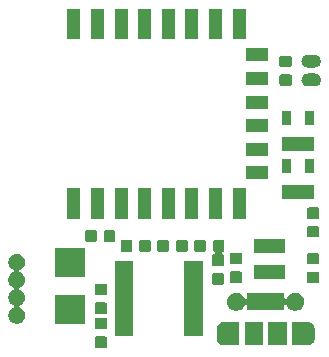
<source format=gbr>
G04 #@! TF.GenerationSoftware,KiCad,Pcbnew,(5.1.5)-3*
G04 #@! TF.CreationDate,2020-07-05T00:24:43+03:00*
G04 #@! TF.ProjectId,body_temp,626f6479-5f74-4656-9d70-2e6b69636164,rev?*
G04 #@! TF.SameCoordinates,Original*
G04 #@! TF.FileFunction,Soldermask,Top*
G04 #@! TF.FilePolarity,Negative*
%FSLAX46Y46*%
G04 Gerber Fmt 4.6, Leading zero omitted, Abs format (unit mm)*
G04 Created by KiCad (PCBNEW (5.1.5)-3) date 2020-07-05 00:24:43*
%MOMM*%
%LPD*%
G04 APERTURE LIST*
%ADD10C,0.100000*%
G04 APERTURE END LIST*
D10*
G36*
X27578591Y-43246185D02*
G01*
X27612569Y-43256493D01*
X27643890Y-43273234D01*
X27671339Y-43295761D01*
X27693866Y-43323210D01*
X27710607Y-43354531D01*
X27720915Y-43388509D01*
X27725000Y-43429990D01*
X27725000Y-44031210D01*
X27720915Y-44072691D01*
X27710607Y-44106669D01*
X27693866Y-44137990D01*
X27671339Y-44165439D01*
X27643890Y-44187966D01*
X27612569Y-44204707D01*
X27578591Y-44215015D01*
X27537110Y-44219100D01*
X26860890Y-44219100D01*
X26819409Y-44215015D01*
X26785431Y-44204707D01*
X26754110Y-44187966D01*
X26726661Y-44165439D01*
X26704134Y-44137990D01*
X26687393Y-44106669D01*
X26677085Y-44072691D01*
X26673000Y-44031210D01*
X26673000Y-43429990D01*
X26677085Y-43388509D01*
X26687393Y-43354531D01*
X26704134Y-43323210D01*
X26726661Y-43295761D01*
X26754110Y-43273234D01*
X26785431Y-43256493D01*
X26819409Y-43246185D01*
X26860890Y-43242100D01*
X27537110Y-43242100D01*
X27578591Y-43246185D01*
G37*
G36*
X37678862Y-42004898D02*
G01*
X37691114Y-42005500D01*
X38904000Y-42005500D01*
X38904000Y-44007500D01*
X37691114Y-44007500D01*
X37678862Y-44008102D01*
X37653000Y-44010649D01*
X37627138Y-44008102D01*
X37614886Y-44007500D01*
X37541594Y-44007500D01*
X37524836Y-43998543D01*
X37513299Y-43994415D01*
X37428307Y-43968632D01*
X37402664Y-43960854D01*
X37289575Y-43900406D01*
X37190447Y-43819054D01*
X37109094Y-43719924D01*
X37048646Y-43606835D01*
X37038960Y-43574903D01*
X37011420Y-43484117D01*
X37002000Y-43388472D01*
X37002000Y-42624527D01*
X37011420Y-42528882D01*
X37048645Y-42406168D01*
X37109096Y-42293074D01*
X37190447Y-42193946D01*
X37289576Y-42112594D01*
X37402666Y-42052146D01*
X37402669Y-42052145D01*
X37513290Y-42018588D01*
X37535925Y-42009212D01*
X37541481Y-42005500D01*
X37614886Y-42005500D01*
X37627138Y-42004898D01*
X37653000Y-42002351D01*
X37678862Y-42004898D01*
G37*
G36*
X44678862Y-42004898D02*
G01*
X44691114Y-42005500D01*
X44764406Y-42005500D01*
X44781164Y-42014457D01*
X44792707Y-42018587D01*
X44903331Y-42052145D01*
X44903334Y-42052146D01*
X45016424Y-42112594D01*
X45115554Y-42193947D01*
X45196906Y-42293075D01*
X45257354Y-42406164D01*
X45267040Y-42438096D01*
X45294580Y-42528882D01*
X45297939Y-42562990D01*
X45304000Y-42624526D01*
X45304000Y-43388474D01*
X45303566Y-43392880D01*
X45294580Y-43484118D01*
X45267040Y-43574904D01*
X45257354Y-43606836D01*
X45196906Y-43719925D01*
X45115554Y-43819054D01*
X45016425Y-43900406D01*
X44903336Y-43960854D01*
X44877693Y-43968632D01*
X44792708Y-43994413D01*
X44770075Y-44003787D01*
X44764518Y-44007500D01*
X44691114Y-44007500D01*
X44678862Y-44008102D01*
X44653000Y-44010649D01*
X44627138Y-44008102D01*
X44614886Y-44007500D01*
X43402000Y-44007500D01*
X43402000Y-42005500D01*
X44614886Y-42005500D01*
X44627138Y-42004898D01*
X44653000Y-42002351D01*
X44678862Y-42004898D01*
G37*
G36*
X40954000Y-44007500D02*
G01*
X39352000Y-44007500D01*
X39352000Y-42005500D01*
X40954000Y-42005500D01*
X40954000Y-44007500D01*
G37*
G36*
X42954000Y-44007500D02*
G01*
X41352000Y-44007500D01*
X41352000Y-42005500D01*
X42954000Y-42005500D01*
X42954000Y-44007500D01*
G37*
G36*
X29914500Y-43223000D02*
G01*
X28362500Y-43223000D01*
X28362500Y-36821000D01*
X29914500Y-36821000D01*
X29914500Y-43223000D01*
G37*
G36*
X35814500Y-43223000D02*
G01*
X34262500Y-43223000D01*
X34262500Y-36821000D01*
X35814500Y-36821000D01*
X35814500Y-43223000D01*
G37*
G36*
X27578591Y-41671185D02*
G01*
X27612569Y-41681493D01*
X27643890Y-41698234D01*
X27671339Y-41720761D01*
X27693866Y-41748210D01*
X27710607Y-41779531D01*
X27720915Y-41813509D01*
X27725000Y-41854990D01*
X27725000Y-42456210D01*
X27720915Y-42497691D01*
X27710607Y-42531669D01*
X27693866Y-42562990D01*
X27671339Y-42590439D01*
X27643890Y-42612966D01*
X27612569Y-42629707D01*
X27578591Y-42640015D01*
X27537110Y-42644100D01*
X26860890Y-42644100D01*
X26819409Y-42640015D01*
X26785431Y-42629707D01*
X26754110Y-42612966D01*
X26726661Y-42590439D01*
X26704134Y-42562990D01*
X26687393Y-42531669D01*
X26677085Y-42497691D01*
X26673000Y-42456210D01*
X26673000Y-41854990D01*
X26677085Y-41813509D01*
X26687393Y-41779531D01*
X26704134Y-41748210D01*
X26726661Y-41720761D01*
X26754110Y-41698234D01*
X26785431Y-41681493D01*
X26819409Y-41671185D01*
X26860890Y-41667100D01*
X27537110Y-41667100D01*
X27578591Y-41671185D01*
G37*
G36*
X25808400Y-42225000D02*
G01*
X23306400Y-42225000D01*
X23306400Y-39723000D01*
X25808400Y-39723000D01*
X25808400Y-42225000D01*
G37*
G36*
X20270473Y-36282938D02*
G01*
X20398049Y-36335782D01*
X20512859Y-36412495D01*
X20610505Y-36510141D01*
X20687218Y-36624951D01*
X20740062Y-36752527D01*
X20767000Y-36887956D01*
X20767000Y-37026044D01*
X20740062Y-37161473D01*
X20687218Y-37289049D01*
X20610505Y-37403859D01*
X20512859Y-37501505D01*
X20398051Y-37578217D01*
X20365944Y-37591516D01*
X20344334Y-37603067D01*
X20325392Y-37618613D01*
X20309847Y-37637555D01*
X20298296Y-37659165D01*
X20291183Y-37682614D01*
X20288781Y-37707001D01*
X20291183Y-37731387D01*
X20298296Y-37754836D01*
X20309847Y-37776446D01*
X20325393Y-37795388D01*
X20344335Y-37810933D01*
X20365944Y-37822484D01*
X20398051Y-37835783D01*
X20512859Y-37912495D01*
X20610505Y-38010141D01*
X20687218Y-38124951D01*
X20740062Y-38252527D01*
X20767000Y-38387956D01*
X20767000Y-38526044D01*
X20740062Y-38661473D01*
X20687218Y-38789049D01*
X20610505Y-38903859D01*
X20512859Y-39001505D01*
X20398051Y-39078217D01*
X20365944Y-39091516D01*
X20344334Y-39103067D01*
X20325392Y-39118613D01*
X20309847Y-39137555D01*
X20298296Y-39159165D01*
X20291183Y-39182614D01*
X20288781Y-39207001D01*
X20291183Y-39231387D01*
X20298296Y-39254836D01*
X20309847Y-39276446D01*
X20325393Y-39295388D01*
X20344335Y-39310933D01*
X20365944Y-39322484D01*
X20398051Y-39335783D01*
X20512859Y-39412495D01*
X20610505Y-39510141D01*
X20687218Y-39624951D01*
X20740062Y-39752527D01*
X20767000Y-39887956D01*
X20767000Y-40026044D01*
X20740062Y-40161473D01*
X20687218Y-40289049D01*
X20610505Y-40403859D01*
X20512859Y-40501505D01*
X20398051Y-40578217D01*
X20365944Y-40591516D01*
X20344334Y-40603067D01*
X20325392Y-40618613D01*
X20309847Y-40637555D01*
X20298296Y-40659165D01*
X20291183Y-40682614D01*
X20288781Y-40707001D01*
X20291183Y-40731387D01*
X20298296Y-40754836D01*
X20309847Y-40776446D01*
X20325393Y-40795388D01*
X20344335Y-40810933D01*
X20365944Y-40822484D01*
X20398051Y-40835783D01*
X20512859Y-40912495D01*
X20610505Y-41010141D01*
X20687218Y-41124951D01*
X20740062Y-41252527D01*
X20767000Y-41387956D01*
X20767000Y-41526044D01*
X20740062Y-41661473D01*
X20687218Y-41789049D01*
X20610505Y-41903859D01*
X20512859Y-42001505D01*
X20398049Y-42078218D01*
X20270473Y-42131062D01*
X20135044Y-42158000D01*
X19996956Y-42158000D01*
X19861527Y-42131062D01*
X19733951Y-42078218D01*
X19619141Y-42001505D01*
X19521495Y-41903859D01*
X19444782Y-41789049D01*
X19391938Y-41661473D01*
X19365000Y-41526044D01*
X19365000Y-41387956D01*
X19391938Y-41252527D01*
X19444782Y-41124951D01*
X19521495Y-41010141D01*
X19619141Y-40912495D01*
X19733949Y-40835783D01*
X19766056Y-40822484D01*
X19787666Y-40810933D01*
X19806608Y-40795387D01*
X19822153Y-40776445D01*
X19833704Y-40754835D01*
X19840817Y-40731386D01*
X19843219Y-40706999D01*
X19840817Y-40682613D01*
X19833704Y-40659164D01*
X19822153Y-40637554D01*
X19806607Y-40618612D01*
X19787665Y-40603067D01*
X19766056Y-40591516D01*
X19733949Y-40578217D01*
X19619141Y-40501505D01*
X19521495Y-40403859D01*
X19444782Y-40289049D01*
X19391938Y-40161473D01*
X19365000Y-40026044D01*
X19365000Y-39887956D01*
X19391938Y-39752527D01*
X19444782Y-39624951D01*
X19521495Y-39510141D01*
X19619141Y-39412495D01*
X19733949Y-39335783D01*
X19766056Y-39322484D01*
X19787666Y-39310933D01*
X19806608Y-39295387D01*
X19822153Y-39276445D01*
X19833704Y-39254835D01*
X19840817Y-39231386D01*
X19843219Y-39206999D01*
X19840817Y-39182613D01*
X19833704Y-39159164D01*
X19822153Y-39137554D01*
X19806607Y-39118612D01*
X19787665Y-39103067D01*
X19766056Y-39091516D01*
X19733949Y-39078217D01*
X19619141Y-39001505D01*
X19521495Y-38903859D01*
X19444782Y-38789049D01*
X19391938Y-38661473D01*
X19365000Y-38526044D01*
X19365000Y-38387956D01*
X19391938Y-38252527D01*
X19444782Y-38124951D01*
X19521495Y-38010141D01*
X19619141Y-37912495D01*
X19733949Y-37835783D01*
X19766056Y-37822484D01*
X19787666Y-37810933D01*
X19806608Y-37795387D01*
X19822153Y-37776445D01*
X19833704Y-37754835D01*
X19840817Y-37731386D01*
X19843219Y-37706999D01*
X19840817Y-37682613D01*
X19833704Y-37659164D01*
X19822153Y-37637554D01*
X19806607Y-37618612D01*
X19787665Y-37603067D01*
X19766056Y-37591516D01*
X19733949Y-37578217D01*
X19619141Y-37501505D01*
X19521495Y-37403859D01*
X19444782Y-37289049D01*
X19391938Y-37161473D01*
X19365000Y-37026044D01*
X19365000Y-36887956D01*
X19391938Y-36752527D01*
X19444782Y-36624951D01*
X19521495Y-36510141D01*
X19619141Y-36412495D01*
X19733951Y-36335782D01*
X19861527Y-36282938D01*
X19996956Y-36256000D01*
X20135044Y-36256000D01*
X20270473Y-36282938D01*
G37*
G36*
X27578591Y-40375785D02*
G01*
X27612569Y-40386093D01*
X27643890Y-40402834D01*
X27671339Y-40425361D01*
X27693866Y-40452810D01*
X27710607Y-40484131D01*
X27720915Y-40518109D01*
X27725000Y-40559590D01*
X27725000Y-41160810D01*
X27720915Y-41202291D01*
X27710607Y-41236269D01*
X27693866Y-41267590D01*
X27671339Y-41295039D01*
X27643890Y-41317566D01*
X27612569Y-41334307D01*
X27578591Y-41344615D01*
X27537110Y-41348700D01*
X26860890Y-41348700D01*
X26819409Y-41344615D01*
X26785431Y-41334307D01*
X26754110Y-41317566D01*
X26726661Y-41295039D01*
X26704134Y-41267590D01*
X26687393Y-41236269D01*
X26677085Y-41202291D01*
X26673000Y-41160810D01*
X26673000Y-40559590D01*
X26677085Y-40518109D01*
X26687393Y-40484131D01*
X26704134Y-40452810D01*
X26726661Y-40425361D01*
X26754110Y-40402834D01*
X26785431Y-40386093D01*
X26819409Y-40375785D01*
X26860890Y-40371700D01*
X27537110Y-40371700D01*
X27578591Y-40375785D01*
G37*
G36*
X38879348Y-39560320D02*
G01*
X38879350Y-39560321D01*
X38879351Y-39560321D01*
X39020574Y-39618817D01*
X39020577Y-39618819D01*
X39147669Y-39703739D01*
X39255761Y-39811831D01*
X39306626Y-39887956D01*
X39340683Y-39938926D01*
X39361517Y-39989225D01*
X39373068Y-40010836D01*
X39388614Y-40029778D01*
X39407556Y-40045323D01*
X39429166Y-40056874D01*
X39452615Y-40063987D01*
X39477001Y-40066389D01*
X39501387Y-40063987D01*
X39524836Y-40056874D01*
X39546447Y-40045323D01*
X39565389Y-40029777D01*
X39580934Y-40010835D01*
X39592485Y-39989225D01*
X39599598Y-39965776D01*
X39602000Y-39941390D01*
X39602000Y-39580500D01*
X42704000Y-39580500D01*
X42704000Y-39941390D01*
X42706402Y-39965776D01*
X42713515Y-39989225D01*
X42725066Y-40010836D01*
X42740611Y-40029778D01*
X42759553Y-40045323D01*
X42781164Y-40056874D01*
X42804613Y-40063987D01*
X42828999Y-40066389D01*
X42853385Y-40063987D01*
X42876834Y-40056874D01*
X42898445Y-40045323D01*
X42917387Y-40029778D01*
X42932932Y-40010836D01*
X42944483Y-39989225D01*
X42965317Y-39938926D01*
X42999374Y-39887956D01*
X43050239Y-39811831D01*
X43158331Y-39703739D01*
X43285423Y-39618819D01*
X43285426Y-39618817D01*
X43426649Y-39560321D01*
X43426650Y-39560321D01*
X43426652Y-39560320D01*
X43576569Y-39530500D01*
X43729431Y-39530500D01*
X43879348Y-39560320D01*
X43879350Y-39560321D01*
X43879351Y-39560321D01*
X44020574Y-39618817D01*
X44020577Y-39618819D01*
X44147669Y-39703739D01*
X44255761Y-39811831D01*
X44306626Y-39887956D01*
X44340683Y-39938926D01*
X44393479Y-40066389D01*
X44399180Y-40080152D01*
X44429000Y-40230069D01*
X44429000Y-40382931D01*
X44402112Y-40518109D01*
X44399179Y-40532851D01*
X44340683Y-40674074D01*
X44340682Y-40674075D01*
X44340681Y-40674077D01*
X44255761Y-40801169D01*
X44147669Y-40909261D01*
X44142824Y-40912498D01*
X44020574Y-40994183D01*
X43879351Y-41052679D01*
X43879350Y-41052679D01*
X43879348Y-41052680D01*
X43729431Y-41082500D01*
X43576569Y-41082500D01*
X43426652Y-41052680D01*
X43426650Y-41052679D01*
X43426649Y-41052679D01*
X43285426Y-40994183D01*
X43163176Y-40912498D01*
X43158331Y-40909261D01*
X43050239Y-40801169D01*
X42987317Y-40706999D01*
X42965317Y-40674074D01*
X42944481Y-40623772D01*
X42932932Y-40602164D01*
X42917386Y-40583222D01*
X42898444Y-40567677D01*
X42876834Y-40556126D01*
X42853385Y-40549013D01*
X42828999Y-40546611D01*
X42804613Y-40549013D01*
X42781164Y-40556126D01*
X42759553Y-40567677D01*
X42740611Y-40583223D01*
X42725066Y-40602165D01*
X42713515Y-40623775D01*
X42706402Y-40647224D01*
X42704000Y-40671610D01*
X42704000Y-41032500D01*
X39602000Y-41032500D01*
X39602000Y-40671610D01*
X39599598Y-40647224D01*
X39592485Y-40623775D01*
X39580934Y-40602164D01*
X39565389Y-40583222D01*
X39546447Y-40567677D01*
X39524836Y-40556126D01*
X39501387Y-40549013D01*
X39477001Y-40546611D01*
X39452615Y-40549013D01*
X39429166Y-40556126D01*
X39407555Y-40567677D01*
X39388613Y-40583222D01*
X39373068Y-40602164D01*
X39361519Y-40623772D01*
X39340683Y-40674074D01*
X39318683Y-40706999D01*
X39255761Y-40801169D01*
X39147669Y-40909261D01*
X39142824Y-40912498D01*
X39020574Y-40994183D01*
X38879351Y-41052679D01*
X38879350Y-41052679D01*
X38879348Y-41052680D01*
X38729431Y-41082500D01*
X38576569Y-41082500D01*
X38426652Y-41052680D01*
X38426650Y-41052679D01*
X38426649Y-41052679D01*
X38285426Y-40994183D01*
X38163176Y-40912498D01*
X38158331Y-40909261D01*
X38050239Y-40801169D01*
X37965319Y-40674077D01*
X37965318Y-40674075D01*
X37965317Y-40674074D01*
X37906821Y-40532851D01*
X37903889Y-40518109D01*
X37877000Y-40382931D01*
X37877000Y-40230069D01*
X37906820Y-40080152D01*
X37912521Y-40066389D01*
X37965317Y-39938926D01*
X37999374Y-39887956D01*
X38050239Y-39811831D01*
X38158331Y-39703739D01*
X38285423Y-39618819D01*
X38285426Y-39618817D01*
X38426649Y-39560321D01*
X38426650Y-39560321D01*
X38426652Y-39560320D01*
X38576569Y-39530500D01*
X38729431Y-39530500D01*
X38879348Y-39560320D01*
G37*
G36*
X27578591Y-38800785D02*
G01*
X27612569Y-38811093D01*
X27643890Y-38827834D01*
X27671339Y-38850361D01*
X27693866Y-38877810D01*
X27710607Y-38909131D01*
X27720915Y-38943109D01*
X27725000Y-38984590D01*
X27725000Y-39585810D01*
X27720915Y-39627291D01*
X27710607Y-39661269D01*
X27693866Y-39692590D01*
X27671339Y-39720039D01*
X27643890Y-39742566D01*
X27612569Y-39759307D01*
X27578591Y-39769615D01*
X27537110Y-39773700D01*
X26860890Y-39773700D01*
X26819409Y-39769615D01*
X26785431Y-39759307D01*
X26754110Y-39742566D01*
X26726661Y-39720039D01*
X26704134Y-39692590D01*
X26687393Y-39661269D01*
X26677085Y-39627291D01*
X26673000Y-39585810D01*
X26673000Y-38984590D01*
X26677085Y-38943109D01*
X26687393Y-38909131D01*
X26704134Y-38877810D01*
X26726661Y-38850361D01*
X26754110Y-38827834D01*
X26785431Y-38811093D01*
X26819409Y-38800785D01*
X26860890Y-38796700D01*
X27537110Y-38796700D01*
X27578591Y-38800785D01*
G37*
G36*
X37484591Y-37886585D02*
G01*
X37518569Y-37896893D01*
X37549890Y-37913634D01*
X37577339Y-37936161D01*
X37599866Y-37963610D01*
X37616607Y-37994931D01*
X37626915Y-38028909D01*
X37631000Y-38070390D01*
X37631000Y-38671610D01*
X37626915Y-38713091D01*
X37616607Y-38747069D01*
X37599866Y-38778390D01*
X37577339Y-38805839D01*
X37549890Y-38828366D01*
X37518569Y-38845107D01*
X37484591Y-38855415D01*
X37443110Y-38859500D01*
X36766890Y-38859500D01*
X36725409Y-38855415D01*
X36691431Y-38845107D01*
X36660110Y-38828366D01*
X36632661Y-38805839D01*
X36610134Y-38778390D01*
X36593393Y-38747069D01*
X36583085Y-38713091D01*
X36579000Y-38671610D01*
X36579000Y-38070390D01*
X36583085Y-38028909D01*
X36593393Y-37994931D01*
X36610134Y-37963610D01*
X36632661Y-37936161D01*
X36660110Y-37913634D01*
X36691431Y-37896893D01*
X36725409Y-37886585D01*
X36766890Y-37882500D01*
X37443110Y-37882500D01*
X37484591Y-37886585D01*
G37*
G36*
X45536391Y-37759585D02*
G01*
X45570369Y-37769893D01*
X45601690Y-37786634D01*
X45629139Y-37809161D01*
X45651666Y-37836610D01*
X45668407Y-37867931D01*
X45678715Y-37901909D01*
X45682800Y-37943390D01*
X45682800Y-38544610D01*
X45678715Y-38586091D01*
X45668407Y-38620069D01*
X45651666Y-38651390D01*
X45629139Y-38678839D01*
X45601690Y-38701366D01*
X45570369Y-38718107D01*
X45536391Y-38728415D01*
X45494910Y-38732500D01*
X44818690Y-38732500D01*
X44777209Y-38728415D01*
X44743231Y-38718107D01*
X44711910Y-38701366D01*
X44684461Y-38678839D01*
X44661934Y-38651390D01*
X44645193Y-38620069D01*
X44634885Y-38586091D01*
X44630800Y-38544610D01*
X44630800Y-37943390D01*
X44634885Y-37901909D01*
X44645193Y-37867931D01*
X44661934Y-37836610D01*
X44684461Y-37809161D01*
X44711910Y-37786634D01*
X44743231Y-37769893D01*
X44777209Y-37759585D01*
X44818690Y-37755500D01*
X45494910Y-37755500D01*
X45536391Y-37759585D01*
G37*
G36*
X39008591Y-37747085D02*
G01*
X39042569Y-37757393D01*
X39073890Y-37774134D01*
X39101339Y-37796661D01*
X39123866Y-37824110D01*
X39140607Y-37855431D01*
X39150915Y-37889409D01*
X39155000Y-37930890D01*
X39155000Y-38532110D01*
X39150915Y-38573591D01*
X39140607Y-38607569D01*
X39123866Y-38638890D01*
X39101339Y-38666339D01*
X39073890Y-38688866D01*
X39042569Y-38705607D01*
X39008591Y-38715915D01*
X38967110Y-38720000D01*
X38290890Y-38720000D01*
X38249409Y-38715915D01*
X38215431Y-38705607D01*
X38184110Y-38688866D01*
X38156661Y-38666339D01*
X38134134Y-38638890D01*
X38117393Y-38607569D01*
X38107085Y-38573591D01*
X38103000Y-38532110D01*
X38103000Y-37930890D01*
X38107085Y-37889409D01*
X38117393Y-37855431D01*
X38134134Y-37824110D01*
X38156661Y-37796661D01*
X38184110Y-37774134D01*
X38215431Y-37757393D01*
X38249409Y-37747085D01*
X38290890Y-37743000D01*
X38967110Y-37743000D01*
X39008591Y-37747085D01*
G37*
G36*
X42779000Y-38358000D02*
G01*
X40127000Y-38358000D01*
X40127000Y-37196000D01*
X42779000Y-37196000D01*
X42779000Y-38358000D01*
G37*
G36*
X25808400Y-38225000D02*
G01*
X23306400Y-38225000D01*
X23306400Y-35723000D01*
X25808400Y-35723000D01*
X25808400Y-38225000D01*
G37*
G36*
X37510591Y-35055085D02*
G01*
X37544569Y-35065393D01*
X37575890Y-35082134D01*
X37603339Y-35104661D01*
X37625866Y-35132110D01*
X37642607Y-35163431D01*
X37652915Y-35197409D01*
X37657000Y-35238890D01*
X37657000Y-35915110D01*
X37652915Y-35956591D01*
X37642607Y-35990569D01*
X37625866Y-36021890D01*
X37603339Y-36049339D01*
X37575890Y-36071866D01*
X37544570Y-36088607D01*
X37538329Y-36090500D01*
X37515691Y-36099878D01*
X37495317Y-36113492D01*
X37477990Y-36130819D01*
X37464377Y-36151194D01*
X37455000Y-36173833D01*
X37450220Y-36197866D01*
X37450220Y-36222371D01*
X37455001Y-36246404D01*
X37464379Y-36269042D01*
X37477993Y-36289416D01*
X37495320Y-36306743D01*
X37515693Y-36320355D01*
X37549888Y-36338633D01*
X37577339Y-36361161D01*
X37599866Y-36388610D01*
X37616607Y-36419931D01*
X37626915Y-36453909D01*
X37631000Y-36495390D01*
X37631000Y-37096610D01*
X37626915Y-37138091D01*
X37616607Y-37172069D01*
X37599866Y-37203390D01*
X37577339Y-37230839D01*
X37549890Y-37253366D01*
X37518569Y-37270107D01*
X37484591Y-37280415D01*
X37443110Y-37284500D01*
X36766890Y-37284500D01*
X36725409Y-37280415D01*
X36691431Y-37270107D01*
X36660110Y-37253366D01*
X36632661Y-37230839D01*
X36610134Y-37203390D01*
X36593393Y-37172069D01*
X36583085Y-37138091D01*
X36579000Y-37096610D01*
X36579000Y-36495390D01*
X36583085Y-36453909D01*
X36593393Y-36419931D01*
X36610134Y-36388610D01*
X36632661Y-36361161D01*
X36660110Y-36338634D01*
X36691431Y-36321893D01*
X36726596Y-36311225D01*
X36748207Y-36306927D01*
X36770846Y-36297550D01*
X36791221Y-36283936D01*
X36808548Y-36266609D01*
X36822162Y-36246235D01*
X36831539Y-36223596D01*
X36836320Y-36199563D01*
X36836320Y-36175059D01*
X36831540Y-36151026D01*
X36822163Y-36128387D01*
X36808549Y-36108012D01*
X36791222Y-36090685D01*
X36770848Y-36077071D01*
X36761110Y-36071866D01*
X36733661Y-36049339D01*
X36711134Y-36021890D01*
X36694393Y-35990569D01*
X36684085Y-35956591D01*
X36680000Y-35915110D01*
X36680000Y-35238890D01*
X36684085Y-35197409D01*
X36694393Y-35163431D01*
X36711134Y-35132110D01*
X36733661Y-35104661D01*
X36761110Y-35082134D01*
X36792431Y-35065393D01*
X36826409Y-35055085D01*
X36867890Y-35051000D01*
X37469110Y-35051000D01*
X37510591Y-35055085D01*
G37*
G36*
X45536391Y-36184585D02*
G01*
X45570369Y-36194893D01*
X45601690Y-36211634D01*
X45629139Y-36234161D01*
X45651666Y-36261610D01*
X45668407Y-36292931D01*
X45678715Y-36326909D01*
X45682800Y-36368390D01*
X45682800Y-36969610D01*
X45678715Y-37011091D01*
X45668407Y-37045069D01*
X45651666Y-37076390D01*
X45629139Y-37103839D01*
X45601690Y-37126366D01*
X45570369Y-37143107D01*
X45536391Y-37153415D01*
X45494910Y-37157500D01*
X44818690Y-37157500D01*
X44777209Y-37153415D01*
X44743231Y-37143107D01*
X44711910Y-37126366D01*
X44684461Y-37103839D01*
X44661934Y-37076390D01*
X44645193Y-37045069D01*
X44634885Y-37011091D01*
X44630800Y-36969610D01*
X44630800Y-36368390D01*
X44634885Y-36326909D01*
X44645193Y-36292931D01*
X44661934Y-36261610D01*
X44684461Y-36234161D01*
X44711910Y-36211634D01*
X44743231Y-36194893D01*
X44777209Y-36184585D01*
X44818690Y-36180500D01*
X45494910Y-36180500D01*
X45536391Y-36184585D01*
G37*
G36*
X39008591Y-36172085D02*
G01*
X39042569Y-36182393D01*
X39073890Y-36199134D01*
X39101339Y-36221661D01*
X39123866Y-36249110D01*
X39140607Y-36280431D01*
X39150915Y-36314409D01*
X39155000Y-36355890D01*
X39155000Y-36957110D01*
X39150915Y-36998591D01*
X39140607Y-37032569D01*
X39123866Y-37063890D01*
X39101339Y-37091339D01*
X39073890Y-37113866D01*
X39042569Y-37130607D01*
X39008591Y-37140915D01*
X38967110Y-37145000D01*
X38290890Y-37145000D01*
X38249409Y-37140915D01*
X38215431Y-37130607D01*
X38184110Y-37113866D01*
X38156661Y-37091339D01*
X38134134Y-37063890D01*
X38117393Y-37032569D01*
X38107085Y-36998591D01*
X38103000Y-36957110D01*
X38103000Y-36355890D01*
X38107085Y-36314409D01*
X38117393Y-36280431D01*
X38134134Y-36249110D01*
X38156661Y-36221661D01*
X38184110Y-36199134D01*
X38215431Y-36182393D01*
X38249409Y-36172085D01*
X38290890Y-36168000D01*
X38967110Y-36168000D01*
X39008591Y-36172085D01*
G37*
G36*
X42779000Y-36158000D02*
G01*
X40127000Y-36158000D01*
X40127000Y-34996000D01*
X42779000Y-34996000D01*
X42779000Y-36158000D01*
G37*
G36*
X34386591Y-35055085D02*
G01*
X34420569Y-35065393D01*
X34451890Y-35082134D01*
X34479339Y-35104661D01*
X34501866Y-35132110D01*
X34518607Y-35163431D01*
X34528915Y-35197409D01*
X34533000Y-35238890D01*
X34533000Y-35915110D01*
X34528915Y-35956591D01*
X34518607Y-35990569D01*
X34501866Y-36021890D01*
X34479339Y-36049339D01*
X34451890Y-36071866D01*
X34420569Y-36088607D01*
X34386591Y-36098915D01*
X34345110Y-36103000D01*
X33743890Y-36103000D01*
X33702409Y-36098915D01*
X33668431Y-36088607D01*
X33637110Y-36071866D01*
X33609661Y-36049339D01*
X33587134Y-36021890D01*
X33570393Y-35990569D01*
X33560085Y-35956591D01*
X33556000Y-35915110D01*
X33556000Y-35238890D01*
X33560085Y-35197409D01*
X33570393Y-35163431D01*
X33587134Y-35132110D01*
X33609661Y-35104661D01*
X33637110Y-35082134D01*
X33668431Y-35065393D01*
X33702409Y-35055085D01*
X33743890Y-35051000D01*
X34345110Y-35051000D01*
X34386591Y-35055085D01*
G37*
G36*
X29700091Y-35055085D02*
G01*
X29734069Y-35065393D01*
X29765390Y-35082134D01*
X29792839Y-35104661D01*
X29815366Y-35132110D01*
X29832107Y-35163431D01*
X29842415Y-35197409D01*
X29846500Y-35238890D01*
X29846500Y-35915110D01*
X29842415Y-35956591D01*
X29832107Y-35990569D01*
X29815366Y-36021890D01*
X29792839Y-36049339D01*
X29765390Y-36071866D01*
X29734069Y-36088607D01*
X29700091Y-36098915D01*
X29658610Y-36103000D01*
X29057390Y-36103000D01*
X29015909Y-36098915D01*
X28981931Y-36088607D01*
X28950610Y-36071866D01*
X28923161Y-36049339D01*
X28900634Y-36021890D01*
X28883893Y-35990569D01*
X28873585Y-35956591D01*
X28869500Y-35915110D01*
X28869500Y-35238890D01*
X28873585Y-35197409D01*
X28883893Y-35163431D01*
X28900634Y-35132110D01*
X28923161Y-35104661D01*
X28950610Y-35082134D01*
X28981931Y-35065393D01*
X29015909Y-35055085D01*
X29057390Y-35051000D01*
X29658610Y-35051000D01*
X29700091Y-35055085D01*
G37*
G36*
X31275091Y-35055085D02*
G01*
X31309069Y-35065393D01*
X31340390Y-35082134D01*
X31367839Y-35104661D01*
X31390366Y-35132110D01*
X31407107Y-35163431D01*
X31417415Y-35197409D01*
X31421500Y-35238890D01*
X31421500Y-35915110D01*
X31417415Y-35956591D01*
X31407107Y-35990569D01*
X31390366Y-36021890D01*
X31367839Y-36049339D01*
X31340390Y-36071866D01*
X31309069Y-36088607D01*
X31275091Y-36098915D01*
X31233610Y-36103000D01*
X30632390Y-36103000D01*
X30590909Y-36098915D01*
X30556931Y-36088607D01*
X30525610Y-36071866D01*
X30498161Y-36049339D01*
X30475634Y-36021890D01*
X30458893Y-35990569D01*
X30448585Y-35956591D01*
X30444500Y-35915110D01*
X30444500Y-35238890D01*
X30448585Y-35197409D01*
X30458893Y-35163431D01*
X30475634Y-35132110D01*
X30498161Y-35104661D01*
X30525610Y-35082134D01*
X30556931Y-35065393D01*
X30590909Y-35055085D01*
X30632390Y-35051000D01*
X31233610Y-35051000D01*
X31275091Y-35055085D01*
G37*
G36*
X32811591Y-35055085D02*
G01*
X32845569Y-35065393D01*
X32876890Y-35082134D01*
X32904339Y-35104661D01*
X32926866Y-35132110D01*
X32943607Y-35163431D01*
X32953915Y-35197409D01*
X32958000Y-35238890D01*
X32958000Y-35915110D01*
X32953915Y-35956591D01*
X32943607Y-35990569D01*
X32926866Y-36021890D01*
X32904339Y-36049339D01*
X32876890Y-36071866D01*
X32845569Y-36088607D01*
X32811591Y-36098915D01*
X32770110Y-36103000D01*
X32168890Y-36103000D01*
X32127409Y-36098915D01*
X32093431Y-36088607D01*
X32062110Y-36071866D01*
X32034661Y-36049339D01*
X32012134Y-36021890D01*
X31995393Y-35990569D01*
X31985085Y-35956591D01*
X31981000Y-35915110D01*
X31981000Y-35238890D01*
X31985085Y-35197409D01*
X31995393Y-35163431D01*
X32012134Y-35132110D01*
X32034661Y-35104661D01*
X32062110Y-35082134D01*
X32093431Y-35065393D01*
X32127409Y-35055085D01*
X32168890Y-35051000D01*
X32770110Y-35051000D01*
X32811591Y-35055085D01*
G37*
G36*
X35935591Y-35055085D02*
G01*
X35969569Y-35065393D01*
X36000890Y-35082134D01*
X36028339Y-35104661D01*
X36050866Y-35132110D01*
X36067607Y-35163431D01*
X36077915Y-35197409D01*
X36082000Y-35238890D01*
X36082000Y-35915110D01*
X36077915Y-35956591D01*
X36067607Y-35990569D01*
X36050866Y-36021890D01*
X36028339Y-36049339D01*
X36000890Y-36071866D01*
X35969569Y-36088607D01*
X35935591Y-36098915D01*
X35894110Y-36103000D01*
X35292890Y-36103000D01*
X35251409Y-36098915D01*
X35217431Y-36088607D01*
X35186110Y-36071866D01*
X35158661Y-36049339D01*
X35136134Y-36021890D01*
X35119393Y-35990569D01*
X35109085Y-35956591D01*
X35105000Y-35915110D01*
X35105000Y-35238890D01*
X35109085Y-35197409D01*
X35119393Y-35163431D01*
X35136134Y-35132110D01*
X35158661Y-35104661D01*
X35186110Y-35082134D01*
X35217431Y-35065393D01*
X35251409Y-35055085D01*
X35292890Y-35051000D01*
X35894110Y-35051000D01*
X35935591Y-35055085D01*
G37*
G36*
X28277691Y-34242285D02*
G01*
X28311669Y-34252593D01*
X28342990Y-34269334D01*
X28370439Y-34291861D01*
X28392966Y-34319310D01*
X28409707Y-34350631D01*
X28420015Y-34384609D01*
X28424100Y-34426090D01*
X28424100Y-35102310D01*
X28420015Y-35143791D01*
X28409707Y-35177769D01*
X28392966Y-35209090D01*
X28370439Y-35236539D01*
X28342990Y-35259066D01*
X28311669Y-35275807D01*
X28277691Y-35286115D01*
X28236210Y-35290200D01*
X27634990Y-35290200D01*
X27593509Y-35286115D01*
X27559531Y-35275807D01*
X27528210Y-35259066D01*
X27500761Y-35236539D01*
X27478234Y-35209090D01*
X27461493Y-35177769D01*
X27451185Y-35143791D01*
X27447100Y-35102310D01*
X27447100Y-34426090D01*
X27451185Y-34384609D01*
X27461493Y-34350631D01*
X27478234Y-34319310D01*
X27500761Y-34291861D01*
X27528210Y-34269334D01*
X27559531Y-34252593D01*
X27593509Y-34242285D01*
X27634990Y-34238200D01*
X28236210Y-34238200D01*
X28277691Y-34242285D01*
G37*
G36*
X26702691Y-34242285D02*
G01*
X26736669Y-34252593D01*
X26767990Y-34269334D01*
X26795439Y-34291861D01*
X26817966Y-34319310D01*
X26834707Y-34350631D01*
X26845015Y-34384609D01*
X26849100Y-34426090D01*
X26849100Y-35102310D01*
X26845015Y-35143791D01*
X26834707Y-35177769D01*
X26817966Y-35209090D01*
X26795439Y-35236539D01*
X26767990Y-35259066D01*
X26736669Y-35275807D01*
X26702691Y-35286115D01*
X26661210Y-35290200D01*
X26059990Y-35290200D01*
X26018509Y-35286115D01*
X25984531Y-35275807D01*
X25953210Y-35259066D01*
X25925761Y-35236539D01*
X25903234Y-35209090D01*
X25886493Y-35177769D01*
X25876185Y-35143791D01*
X25872100Y-35102310D01*
X25872100Y-34426090D01*
X25876185Y-34384609D01*
X25886493Y-34350631D01*
X25903234Y-34319310D01*
X25925761Y-34291861D01*
X25953210Y-34269334D01*
X25984531Y-34252593D01*
X26018509Y-34242285D01*
X26059990Y-34238200D01*
X26661210Y-34238200D01*
X26702691Y-34242285D01*
G37*
G36*
X45536391Y-33898785D02*
G01*
X45570369Y-33909093D01*
X45601690Y-33925834D01*
X45629139Y-33948361D01*
X45651666Y-33975810D01*
X45668407Y-34007131D01*
X45678715Y-34041109D01*
X45682800Y-34082590D01*
X45682800Y-34683810D01*
X45678715Y-34725291D01*
X45668407Y-34759269D01*
X45651666Y-34790590D01*
X45629139Y-34818039D01*
X45601690Y-34840566D01*
X45570369Y-34857307D01*
X45536391Y-34867615D01*
X45494910Y-34871700D01*
X44818690Y-34871700D01*
X44777209Y-34867615D01*
X44743231Y-34857307D01*
X44711910Y-34840566D01*
X44684461Y-34818039D01*
X44661934Y-34790590D01*
X44645193Y-34759269D01*
X44634885Y-34725291D01*
X44630800Y-34683810D01*
X44630800Y-34082590D01*
X44634885Y-34041109D01*
X44645193Y-34007131D01*
X44661934Y-33975810D01*
X44684461Y-33948361D01*
X44711910Y-33925834D01*
X44743231Y-33909093D01*
X44777209Y-33898785D01*
X44818690Y-33894700D01*
X45494910Y-33894700D01*
X45536391Y-33898785D01*
G37*
G36*
X31456500Y-33302000D02*
G01*
X30354500Y-33302000D01*
X30354500Y-30700000D01*
X31456500Y-30700000D01*
X31456500Y-33302000D01*
G37*
G36*
X27456500Y-33302000D02*
G01*
X26354500Y-33302000D01*
X26354500Y-30700000D01*
X27456500Y-30700000D01*
X27456500Y-33302000D01*
G37*
G36*
X37456500Y-33302000D02*
G01*
X36354500Y-33302000D01*
X36354500Y-30700000D01*
X37456500Y-30700000D01*
X37456500Y-33302000D01*
G37*
G36*
X39456500Y-33302000D02*
G01*
X38354500Y-33302000D01*
X38354500Y-30700000D01*
X39456500Y-30700000D01*
X39456500Y-33302000D01*
G37*
G36*
X35456500Y-33302000D02*
G01*
X34354500Y-33302000D01*
X34354500Y-30700000D01*
X35456500Y-30700000D01*
X35456500Y-33302000D01*
G37*
G36*
X33456500Y-33302000D02*
G01*
X32354500Y-33302000D01*
X32354500Y-30700000D01*
X33456500Y-30700000D01*
X33456500Y-33302000D01*
G37*
G36*
X25456500Y-33302000D02*
G01*
X24354500Y-33302000D01*
X24354500Y-30700000D01*
X25456500Y-30700000D01*
X25456500Y-33302000D01*
G37*
G36*
X29456500Y-33302000D02*
G01*
X28354500Y-33302000D01*
X28354500Y-30700000D01*
X29456500Y-30700000D01*
X29456500Y-33302000D01*
G37*
G36*
X45536391Y-32323785D02*
G01*
X45570369Y-32334093D01*
X45601690Y-32350834D01*
X45629139Y-32373361D01*
X45651666Y-32400810D01*
X45668407Y-32432131D01*
X45678715Y-32466109D01*
X45682800Y-32507590D01*
X45682800Y-33108810D01*
X45678715Y-33150291D01*
X45668407Y-33184269D01*
X45651666Y-33215590D01*
X45629139Y-33243039D01*
X45601690Y-33265566D01*
X45570369Y-33282307D01*
X45536391Y-33292615D01*
X45494910Y-33296700D01*
X44818690Y-33296700D01*
X44777209Y-33292615D01*
X44743231Y-33282307D01*
X44711910Y-33265566D01*
X44684461Y-33243039D01*
X44661934Y-33215590D01*
X44645193Y-33184269D01*
X44634885Y-33150291D01*
X44630800Y-33108810D01*
X44630800Y-32507590D01*
X44634885Y-32466109D01*
X44645193Y-32432131D01*
X44661934Y-32400810D01*
X44684461Y-32373361D01*
X44711910Y-32350834D01*
X44743231Y-32334093D01*
X44777209Y-32323785D01*
X44818690Y-32319700D01*
X45494910Y-32319700D01*
X45536391Y-32323785D01*
G37*
G36*
X45210300Y-31611400D02*
G01*
X42558300Y-31611400D01*
X42558300Y-30449400D01*
X45210300Y-30449400D01*
X45210300Y-31611400D01*
G37*
G36*
X41356500Y-29952000D02*
G01*
X39454500Y-29952000D01*
X39454500Y-28850000D01*
X41356500Y-28850000D01*
X41356500Y-29952000D01*
G37*
G36*
X43310300Y-29411400D02*
G01*
X42558300Y-29411400D01*
X42558300Y-28249400D01*
X43310300Y-28249400D01*
X43310300Y-29411400D01*
G37*
G36*
X45210300Y-29411400D02*
G01*
X44458300Y-29411400D01*
X44458300Y-28249400D01*
X45210300Y-28249400D01*
X45210300Y-29411400D01*
G37*
G36*
X41356500Y-27952000D02*
G01*
X39454500Y-27952000D01*
X39454500Y-26850000D01*
X41356500Y-26850000D01*
X41356500Y-27952000D01*
G37*
G36*
X45210300Y-27537600D02*
G01*
X42558300Y-27537600D01*
X42558300Y-26375600D01*
X45210300Y-26375600D01*
X45210300Y-27537600D01*
G37*
G36*
X41356500Y-25952000D02*
G01*
X39454500Y-25952000D01*
X39454500Y-24850000D01*
X41356500Y-24850000D01*
X41356500Y-25952000D01*
G37*
G36*
X43310300Y-25337600D02*
G01*
X42558300Y-25337600D01*
X42558300Y-24175600D01*
X43310300Y-24175600D01*
X43310300Y-25337600D01*
G37*
G36*
X45210300Y-25337600D02*
G01*
X44458300Y-25337600D01*
X44458300Y-24175600D01*
X45210300Y-24175600D01*
X45210300Y-25337600D01*
G37*
G36*
X41356500Y-23952000D02*
G01*
X39454500Y-23952000D01*
X39454500Y-22850000D01*
X41356500Y-22850000D01*
X41356500Y-23952000D01*
G37*
G36*
X45361715Y-20987573D02*
G01*
X45465579Y-21019079D01*
X45492755Y-21033605D01*
X45561300Y-21070243D01*
X45645201Y-21139099D01*
X45714057Y-21223000D01*
X45748025Y-21286550D01*
X45765221Y-21318721D01*
X45796727Y-21422585D01*
X45807366Y-21530600D01*
X45796727Y-21638615D01*
X45765221Y-21742479D01*
X45765219Y-21742482D01*
X45714057Y-21838200D01*
X45645201Y-21922101D01*
X45561300Y-21990957D01*
X45492755Y-22027595D01*
X45465579Y-22042121D01*
X45361715Y-22073627D01*
X45280767Y-22081600D01*
X44702633Y-22081600D01*
X44621685Y-22073627D01*
X44517821Y-22042121D01*
X44490645Y-22027595D01*
X44422100Y-21990957D01*
X44338199Y-21922101D01*
X44269343Y-21838200D01*
X44218181Y-21742482D01*
X44218179Y-21742479D01*
X44186673Y-21638615D01*
X44176034Y-21530600D01*
X44186673Y-21422585D01*
X44218179Y-21318721D01*
X44235375Y-21286550D01*
X44269343Y-21223000D01*
X44338199Y-21139099D01*
X44422100Y-21070243D01*
X44490645Y-21033605D01*
X44517821Y-21019079D01*
X44621685Y-20987573D01*
X44702633Y-20979600D01*
X45280767Y-20979600D01*
X45361715Y-20987573D01*
G37*
G36*
X43212291Y-21046385D02*
G01*
X43246269Y-21056693D01*
X43277590Y-21073434D01*
X43305039Y-21095961D01*
X43327566Y-21123410D01*
X43344307Y-21154731D01*
X43354615Y-21188709D01*
X43358700Y-21230190D01*
X43358700Y-21831410D01*
X43354615Y-21872891D01*
X43344307Y-21906869D01*
X43327566Y-21938190D01*
X43305039Y-21965639D01*
X43277590Y-21988166D01*
X43246269Y-22004907D01*
X43212291Y-22015215D01*
X43170810Y-22019300D01*
X42494590Y-22019300D01*
X42453109Y-22015215D01*
X42419131Y-22004907D01*
X42387810Y-21988166D01*
X42360361Y-21965639D01*
X42337834Y-21938190D01*
X42321093Y-21906869D01*
X42310785Y-21872891D01*
X42306700Y-21831410D01*
X42306700Y-21230190D01*
X42310785Y-21188709D01*
X42321093Y-21154731D01*
X42337834Y-21123410D01*
X42360361Y-21095961D01*
X42387810Y-21073434D01*
X42419131Y-21056693D01*
X42453109Y-21046385D01*
X42494590Y-21042300D01*
X43170810Y-21042300D01*
X43212291Y-21046385D01*
G37*
G36*
X41356500Y-21952000D02*
G01*
X39454500Y-21952000D01*
X39454500Y-20850000D01*
X41356500Y-20850000D01*
X41356500Y-21952000D01*
G37*
G36*
X45361715Y-19387573D02*
G01*
X45465579Y-19419079D01*
X45492755Y-19433605D01*
X45561300Y-19470243D01*
X45645201Y-19539099D01*
X45714057Y-19623000D01*
X45750695Y-19691545D01*
X45765221Y-19718721D01*
X45796727Y-19822585D01*
X45807366Y-19930600D01*
X45796727Y-20038615D01*
X45765221Y-20142479D01*
X45765219Y-20142482D01*
X45714057Y-20238200D01*
X45645201Y-20322101D01*
X45561300Y-20390957D01*
X45496285Y-20425708D01*
X45465579Y-20442121D01*
X45361715Y-20473627D01*
X45280767Y-20481600D01*
X44702633Y-20481600D01*
X44621685Y-20473627D01*
X44517821Y-20442121D01*
X44487115Y-20425708D01*
X44422100Y-20390957D01*
X44338199Y-20322101D01*
X44269343Y-20238200D01*
X44218181Y-20142482D01*
X44218179Y-20142479D01*
X44186673Y-20038615D01*
X44176034Y-19930600D01*
X44186673Y-19822585D01*
X44218179Y-19718721D01*
X44232705Y-19691545D01*
X44269343Y-19623000D01*
X44338199Y-19539099D01*
X44422100Y-19470243D01*
X44490645Y-19433605D01*
X44517821Y-19419079D01*
X44621685Y-19387573D01*
X44702633Y-19379600D01*
X45280767Y-19379600D01*
X45361715Y-19387573D01*
G37*
G36*
X43212291Y-19471385D02*
G01*
X43246269Y-19481693D01*
X43277590Y-19498434D01*
X43305039Y-19520961D01*
X43327566Y-19548410D01*
X43344307Y-19579731D01*
X43354615Y-19613709D01*
X43358700Y-19655190D01*
X43358700Y-20256410D01*
X43354615Y-20297891D01*
X43344307Y-20331869D01*
X43327566Y-20363190D01*
X43305039Y-20390639D01*
X43277590Y-20413166D01*
X43246269Y-20429907D01*
X43212291Y-20440215D01*
X43170810Y-20444300D01*
X42494590Y-20444300D01*
X42453109Y-20440215D01*
X42419131Y-20429907D01*
X42387810Y-20413166D01*
X42360361Y-20390639D01*
X42337834Y-20363190D01*
X42321093Y-20331869D01*
X42310785Y-20297891D01*
X42306700Y-20256410D01*
X42306700Y-19655190D01*
X42310785Y-19613709D01*
X42321093Y-19579731D01*
X42337834Y-19548410D01*
X42360361Y-19520961D01*
X42387810Y-19498434D01*
X42419131Y-19481693D01*
X42453109Y-19471385D01*
X42494590Y-19467300D01*
X43170810Y-19467300D01*
X43212291Y-19471385D01*
G37*
G36*
X41356500Y-19952000D02*
G01*
X39454500Y-19952000D01*
X39454500Y-18850000D01*
X41356500Y-18850000D01*
X41356500Y-19952000D01*
G37*
G36*
X33456500Y-18102000D02*
G01*
X32354500Y-18102000D01*
X32354500Y-15500000D01*
X33456500Y-15500000D01*
X33456500Y-18102000D01*
G37*
G36*
X39456500Y-18102000D02*
G01*
X38354500Y-18102000D01*
X38354500Y-15500000D01*
X39456500Y-15500000D01*
X39456500Y-18102000D01*
G37*
G36*
X37456500Y-18102000D02*
G01*
X36354500Y-18102000D01*
X36354500Y-15500000D01*
X37456500Y-15500000D01*
X37456500Y-18102000D01*
G37*
G36*
X35456500Y-18102000D02*
G01*
X34354500Y-18102000D01*
X34354500Y-15500000D01*
X35456500Y-15500000D01*
X35456500Y-18102000D01*
G37*
G36*
X29456500Y-18102000D02*
G01*
X28354500Y-18102000D01*
X28354500Y-15500000D01*
X29456500Y-15500000D01*
X29456500Y-18102000D01*
G37*
G36*
X31456500Y-18102000D02*
G01*
X30354500Y-18102000D01*
X30354500Y-15500000D01*
X31456500Y-15500000D01*
X31456500Y-18102000D01*
G37*
G36*
X25456500Y-18102000D02*
G01*
X24354500Y-18102000D01*
X24354500Y-15500000D01*
X25456500Y-15500000D01*
X25456500Y-18102000D01*
G37*
G36*
X27456500Y-18102000D02*
G01*
X26354500Y-18102000D01*
X26354500Y-15500000D01*
X27456500Y-15500000D01*
X27456500Y-18102000D01*
G37*
M02*

</source>
